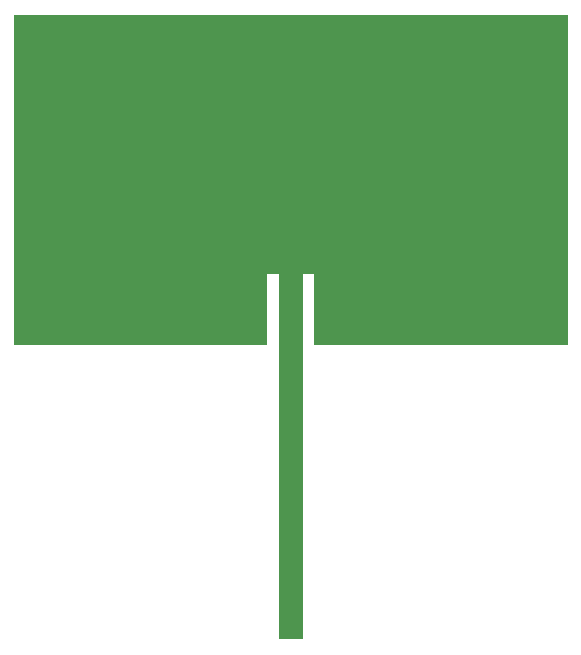
<source format=gbr>
%TF.GenerationSoftware,Altium Limited,Altium Designer,25.3.3 (18)*%
G04 Layer_Physical_Order=1*
G04 Layer_Color=255*
%FSLAX45Y45*%
%MOMM*%
%TF.SameCoordinates,CB275F63-78EB-4841-8615-F89993CCF644*%
%TF.FilePolarity,Positive*%
%TF.FileFunction,Copper,L1,Top,Signal*%
%TF.Part,Single*%
G01*
G75*
%TA.AperFunction,ViaPad*%
%ADD10C,1.30000*%
G36*
X12449700Y8898699D02*
Y6108700D01*
X10304700D01*
Y6708700D01*
X10204700D01*
Y3613700D01*
X10004700D01*
Y6708700D01*
X9904700D01*
Y6108700D01*
X7759700D01*
Y8898700D01*
X12449700D01*
X12449700Y8898699D01*
D02*
G37*
D10*
X10104700Y4432300D02*
D03*
%TF.MD5,636695b41d9f8d90801c9ebd9b83f4b7*%
M02*

</source>
